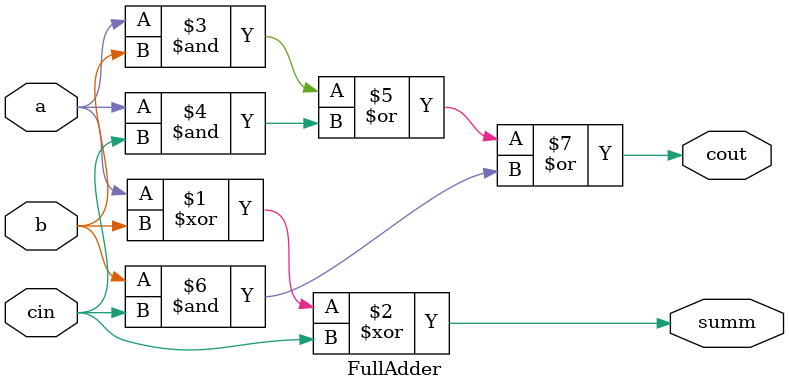
<source format=v>
module FullAdder(   input a, b, cin,
					output cout, summ );
    
    assign summ = a ^ b ^ cin;
    assign cout = a & b | a & cin | b & cin;

endmodule

</source>
